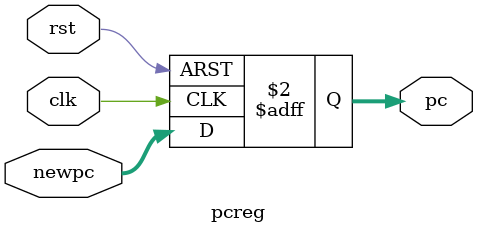
<source format=v>
module pcreg (
    input clk,
    input rst,
    input [31:0] newpc,
    output reg [31:0] pc
);

always @ (negedge clk or posedge rst)
begin
    if(rst)
        pc = 32'h0040_0000;
    else
        pc = newpc;
end
    
endmodule
</source>
